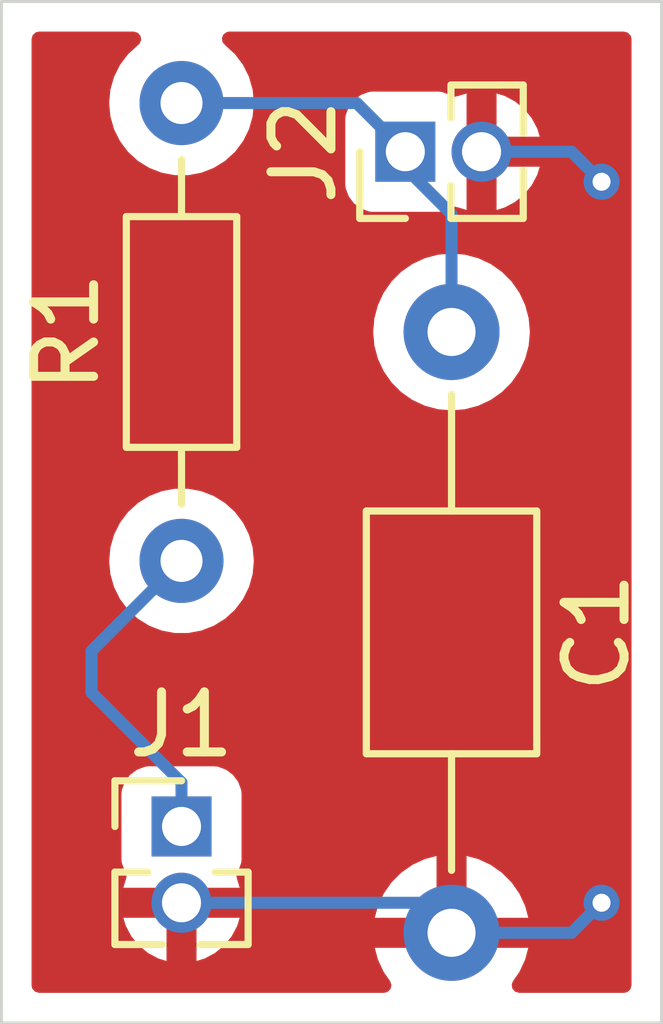
<source format=kicad_pcb>
(kicad_pcb (version 20240108) (generator "pcbnew") (generator_version "8.0")
  (layers (0 "F.Cu" signal) (31 "B.Cu" signal) (34 "B.Paste" user) (35 "F.Paste" user) (36 "B.SilkS" user "B.Silkscreen") (37 "F.SilkS" user "F.Silkscreen") (38 "B.Mask" user) (39 "F.Mask" user) (44 "Edge.Cuts" user))
  (net 0 "")
  (net 1 "Net-(J2-Pin_1)")
  (net 2 "GND")
  (net 3 "Net-(J1-Pin_1)")
  (footprint "Resistor_THT:R_Axial_DIN0204_L3.6mm_D1.6mm_P7.62mm_Horizontal" (layer "F.Cu") (at 73.5 56.81 90)
    (property "Reference" "R1" (at 3.81 -1.92 270) (layer "F.SilkS"))
    (property "Value" "10k")
    (fp_line (start 5.73 -0.92) (end 1.89 -0.92) (stroke (width 0.12)) (layer "F.SilkS"))
    (fp_line (start 1.89 -0.92) (end 1.89 0.92) (stroke (width 0.12)) (layer "F.SilkS"))
    (fp_line (start 6.68 0) (end 5.73 0) (stroke (width 0.12)) (layer "F.SilkS"))
    (fp_line (start 0.94 0) (end 1.89 0) (stroke (width 0.12)) (layer "F.SilkS"))
    (fp_line (start 5.73 0.92) (end 5.73 -0.92) (stroke (width 0.12)) (layer "F.SilkS"))
    (fp_line (start 1.89 0.92) (end 5.73 0.92) (stroke (width 0.12)) (layer "F.SilkS"))
    (pad "1" thru_hole circle (at 0 0 90) (size 1.4 1.4) (drill 0.7) (layers "*.Cu" "*.Mask") (net 3 "Net-(J1-Pin_1)"))
    (pad "2" thru_hole oval (at 7.62 0 90) (size 1.4 1.4) (drill 0.7) (layers "*.Cu" "*.Mask") (net 1 "Net-(J2-Pin_1)"))
  )
  (footprint "Connector_PinHeader_1.27mm:PinHeader_1x02_P1.27mm_Vertical" (layer "F.Cu") (at 73.5 61.23)
    (property "Reference" "J1" (at 0 -1.695 0) (layer "F.SilkS"))
    (property "Value" "Conn_01x02" (hide yes))
    (fp_line (start -1.11 -0.76) (end 0 -0.76) (stroke (width 0.12)) (layer "F.SilkS"))
    (fp_line (start -1.11 0) (end -1.11 -0.76) (stroke (width 0.12)) (layer "F.SilkS"))
    (fp_line (start -1.11 0.76) (end -1.11 1.965) (stroke (width 0.12)) (layer "F.SilkS"))
    (fp_line (start -1.11 0.76) (end -0.563471 0.76) (stroke (width 0.12)) (layer "F.SilkS"))
    (fp_line (start -1.11 1.965) (end -0.30753 1.965) (stroke (width 0.12)) (layer "F.SilkS"))
    (fp_line (start 0.30753 1.965) (end 1.11 1.965) (stroke (width 0.12)) (layer "F.SilkS"))
    (fp_line (start 0.563471 0.76) (end 1.11 0.76) (stroke (width 0.12)) (layer "F.SilkS"))
    (fp_line (start 1.11 0.76) (end 1.11 1.965) (stroke (width 0.12)) (layer "F.SilkS"))
    (pad "1" thru_hole rect (at 0 0) (size 1 1) (drill 0.65) (layers "*.Cu" "*.Mask") (net 3 "Net-(J1-Pin_1)"))
    (pad "2" thru_hole oval (at 0 1.27) (size 1 1) (drill 0.65) (layers "*.Cu" "*.Mask") (net 2 "GND"))
  )
  (footprint "Connector_PinHeader_1.27mm:PinHeader_1x02_P1.27mm_Vertical" (layer "F.Cu") (at 77.23 50 90)
    (property "Reference" "J2" (at 0 -1.695 270) (layer "F.SilkS"))
    (property "Value" "Conn_01x02" (hide yes))
    (fp_line (start -1.11 -0.76) (end 0 -0.76) (stroke (width 0.12)) (layer "F.SilkS"))
    (fp_line (start -1.11 0) (end -1.11 -0.76) (stroke (width 0.12)) (layer "F.SilkS"))
    (fp_line (start 1.11 0.76) (end 1.11 1.965) (stroke (width 0.12)) (layer "F.SilkS"))
    (fp_line (start 0.563471 0.76) (end 1.11 0.76) (stroke (width 0.12)) (layer "F.SilkS"))
    (fp_line (start -1.11 0.76) (end -0.563471 0.76) (stroke (width 0.12)) (layer "F.SilkS"))
    (fp_line (start -1.11 0.76) (end -1.11 1.965) (stroke (width 0.12)) (layer "F.SilkS"))
    (fp_line (start 0.30753 1.965) (end 1.11 1.965) (stroke (width 0.12)) (layer "F.SilkS"))
    (fp_line (start -1.11 1.965) (end -0.30753 1.965) (stroke (width 0.12)) (layer "F.SilkS"))
    (pad "1" thru_hole rect (at 0 0 90) (size 1 1) (drill 0.65) (layers "*.Cu" "*.Mask") (net 1 "Net-(J2-Pin_1)"))
    (pad "2" thru_hole oval (at 0 1.27 90) (size 1 1) (drill 0.65) (layers "*.Cu" "*.Mask") (net 2 "GND"))
  )
  (footprint "Capacitor_THT:C_Axial_L3.8mm_D2.6mm_P10.00mm_Horizontal" (layer "F.Cu") (at 78 53 -90)
    (property "Reference" "C1" (at 5 -2.42 90) (layer "F.SilkS"))
    (property "Value" "100n")
    (fp_line (start 2.98 1.42) (end 7.02 1.42) (stroke (width 0.12)) (layer "F.SilkS"))
    (fp_line (start 7.02 1.42) (end 7.02 -1.42) (stroke (width 0.12)) (layer "F.SilkS"))
    (fp_line (start 1.04 0) (end 2.98 0) (stroke (width 0.12)) (layer "F.SilkS"))
    (fp_line (start 8.96 0) (end 7.02 0) (stroke (width 0.12)) (layer "F.SilkS"))
    (fp_line (start 2.98 -1.42) (end 2.98 1.42) (stroke (width 0.12)) (layer "F.SilkS"))
    (fp_line (start 7.02 -1.42) (end 2.98 -1.42) (stroke (width 0.12)) (layer "F.SilkS"))
    (pad "1" thru_hole circle (at 0 0 270) (size 1.6 1.6) (drill 0.8) (layers "*.Cu" "*.Mask") (net 1 "Net-(J2-Pin_1)"))
    (pad "2" thru_hole oval (at 10 0 270) (size 1.6 1.6) (drill 0.8) (layers "*.Cu" "*.Mask") (net 2 "GND"))
  )
  (gr_rect (start 70.5 47.5) (end 81.5 64.5) (stroke (width 0.05)) (fill none) (layer "Edge.Cuts"))
  (segment (start 77.23 50) (end 77.23 50.27) (width 0.2) (layer "B.Cu") (net 1))
  (segment (start 78 51.04) (end 78 53) (width 0.2) (layer "B.Cu") (net 1))
  (segment (start 76.42 49.19) (end 77.23 50) (width 0.2) (layer "B.Cu") (net 1))
  (segment (start 77.23 50.27) (end 78 51.04) (width 0.2) (layer "B.Cu") (net 1))
  (segment (start 73.5 49.19) (end 76.42 49.19) (width 0.2) (layer "B.Cu") (net 1))
  (via (at 80.5 50.5) (size 0.6) (drill 0.3) (layers "F.Cu" "B.Cu") (net 2))
  (via (at 80.5 62.5) (size 0.6) (drill 0.3) (layers "F.Cu" "B.Cu") (net 2))
  (segment (start 77.5 62.5) (end 78 63) (width 0.2) (layer "B.Cu") (net 2))
  (segment (start 78.5 50) (end 80 50) (width 0.2) (layer "B.Cu") (net 2))
  (segment (start 80 63) (end 80.5 62.5) (width 0.2) (layer "B.Cu") (net 2))
  (segment (start 73.5 62.5) (end 77.5 62.5) (width 0.2) (layer "B.Cu") (net 2))
  (segment (start 80 50) (end 80.5 50.5) (width 0.2) (layer "B.Cu") (net 2))
  (segment (start 78 63) (end 80 63) (width 0.2) (layer "B.Cu") (net 2))
  (segment (start 73.5 60.5) (end 73.5 61.23) (width 0.2) (layer "B.Cu") (net 3))
  (segment (start 73.5 56.81) (end 72 58.31) (width 0.2) (layer "B.Cu") (net 3))
  (segment (start 72 59) (end 73.5 60.5) (width 0.2) (layer "B.Cu") (net 3))
  (segment (start 72 58.31) (end 72 59) (width 0.2) (layer "B.Cu") (net 3))
  (zone (net 2) (net_name "GND") (layer "F.Cu") (connect_pads (clearance 0.5)) (min_thickness 0.25) (fill yes (thermal_gap 0.5) (thermal_bridge_width 0.5))
    (polygon (pts (xy 81.5 47.5) (xy 81.5 64.5) (xy 70.5 64.5) (xy 70.5 47.5)))
  )
)
</source>
